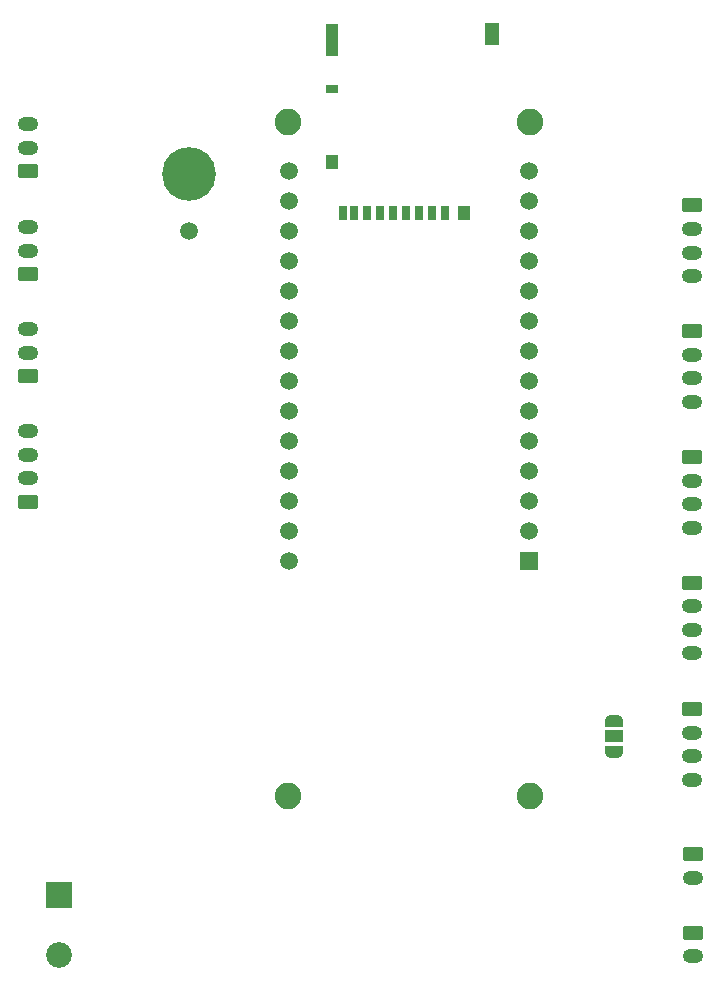
<source format=gbr>
G04 #@! TF.GenerationSoftware,KiCad,Pcbnew,(6.0.5)*
G04 #@! TF.CreationDate,2022-05-13T10:55:27+02:00*
G04 #@! TF.ProjectId,ruche,72756368-652e-46b6-9963-61645f706362,rev?*
G04 #@! TF.SameCoordinates,Original*
G04 #@! TF.FileFunction,Soldermask,Bot*
G04 #@! TF.FilePolarity,Negative*
%FSLAX46Y46*%
G04 Gerber Fmt 4.6, Leading zero omitted, Abs format (unit mm)*
G04 Created by KiCad (PCBNEW (6.0.5)) date 2022-05-13 10:55:27*
%MOMM*%
%LPD*%
G01*
G04 APERTURE LIST*
G04 Aperture macros list*
%AMRoundRect*
0 Rectangle with rounded corners*
0 $1 Rounding radius*
0 $2 $3 $4 $5 $6 $7 $8 $9 X,Y pos of 4 corners*
0 Add a 4 corners polygon primitive as box body*
4,1,4,$2,$3,$4,$5,$6,$7,$8,$9,$2,$3,0*
0 Add four circle primitives for the rounded corners*
1,1,$1+$1,$2,$3*
1,1,$1+$1,$4,$5*
1,1,$1+$1,$6,$7*
1,1,$1+$1,$8,$9*
0 Add four rect primitives between the rounded corners*
20,1,$1+$1,$2,$3,$4,$5,0*
20,1,$1+$1,$4,$5,$6,$7,0*
20,1,$1+$1,$6,$7,$8,$9,0*
20,1,$1+$1,$8,$9,$2,$3,0*%
%AMFreePoly0*
4,1,22,0.550000,-0.750000,0.000000,-0.750000,0.000000,-0.745033,-0.079941,-0.743568,-0.215256,-0.701293,-0.333266,-0.622738,-0.424486,-0.514219,-0.481581,-0.384460,-0.499164,-0.250000,-0.500000,-0.250000,-0.500000,0.250000,-0.499164,0.250000,-0.499963,0.256109,-0.478152,0.396186,-0.417904,0.524511,-0.324060,0.630769,-0.204165,0.706417,-0.067858,0.745374,0.000000,0.744959,0.000000,0.750000,
0.550000,0.750000,0.550000,-0.750000,0.550000,-0.750000,$1*%
%AMFreePoly1*
4,1,20,0.000000,0.744959,0.073905,0.744508,0.209726,0.703889,0.328688,0.626782,0.421226,0.519385,0.479903,0.390333,0.500000,0.250000,0.500000,-0.250000,0.499851,-0.262216,0.476331,-0.402017,0.414519,-0.529596,0.319384,-0.634700,0.198574,-0.708877,0.061801,-0.746166,0.000000,-0.745033,0.000000,-0.750000,-0.550000,-0.750000,-0.550000,0.750000,0.000000,0.750000,0.000000,0.744959,
0.000000,0.744959,$1*%
G04 Aperture macros list end*
%ADD10R,1.508000X1.508000*%
%ADD11C,1.508000*%
%ADD12C,2.250000*%
%ADD13R,2.175000X2.175000*%
%ADD14C,2.175000*%
%ADD15RoundRect,0.250000X-0.625000X0.350000X-0.625000X-0.350000X0.625000X-0.350000X0.625000X0.350000X0*%
%ADD16O,1.750000X1.200000*%
%ADD17RoundRect,0.250000X0.625000X-0.350000X0.625000X0.350000X-0.625000X0.350000X-0.625000X-0.350000X0*%
%ADD18C,1.500000*%
%ADD19C,4.540000*%
%ADD20FreePoly0,270.000000*%
%ADD21R,1.500000X1.000000*%
%ADD22FreePoly1,270.000000*%
%ADD23R,0.700000X1.200000*%
%ADD24R,1.000000X0.800000*%
%ADD25R,1.300000X1.900000*%
%ADD26R,1.000000X1.200000*%
%ADD27R,1.000000X2.800000*%
G04 APERTURE END LIST*
D10*
X141287500Y-115300200D03*
D11*
X141287500Y-112760200D03*
X141287500Y-110220200D03*
X141287500Y-107680200D03*
X141287500Y-105140200D03*
X141287500Y-102600200D03*
X141287500Y-100060200D03*
X141287500Y-97520200D03*
X141287500Y-94980200D03*
X141287500Y-92440200D03*
X141287500Y-89900200D03*
X141287500Y-87360200D03*
X141287500Y-84820200D03*
X141287500Y-82280200D03*
X120967500Y-82280200D03*
X120967500Y-84820200D03*
X120967500Y-87360200D03*
X120967500Y-89900200D03*
X120967500Y-92440200D03*
X120967500Y-94980200D03*
X120967500Y-97520200D03*
X120967500Y-100060200D03*
X120967500Y-102600200D03*
X120967500Y-105140200D03*
X120967500Y-107680200D03*
X120967500Y-110220200D03*
X120967500Y-112760200D03*
X120967500Y-115300200D03*
D12*
X141377500Y-135185000D03*
X120877500Y-135185000D03*
X120877500Y-78185000D03*
X141377500Y-78185000D03*
D13*
X101550000Y-143635000D03*
D14*
X101550000Y-148635000D03*
D15*
X155140000Y-117140000D03*
D16*
X155140000Y-119140000D03*
X155140000Y-121140000D03*
X155140000Y-123140000D03*
D15*
X155140000Y-127840000D03*
D16*
X155140000Y-129840000D03*
X155140000Y-131840000D03*
X155140000Y-133840000D03*
D17*
X98900000Y-110310000D03*
D16*
X98900000Y-108310000D03*
X98900000Y-106310000D03*
X98900000Y-104310000D03*
D15*
X155225000Y-140135000D03*
D16*
X155225000Y-142135000D03*
D15*
X155225000Y-146785000D03*
D16*
X155225000Y-148785000D03*
D17*
X98875000Y-91035000D03*
D16*
X98875000Y-89035000D03*
X98875000Y-87035000D03*
D17*
X98850000Y-82310000D03*
D16*
X98850000Y-80310000D03*
X98850000Y-78310000D03*
D17*
X98900000Y-99685000D03*
D16*
X98900000Y-97685000D03*
X98900000Y-95685000D03*
D18*
X112500000Y-87385000D03*
D19*
X112500000Y-82585000D03*
D15*
X155070000Y-95840000D03*
D16*
X155070000Y-97840000D03*
X155070000Y-99840000D03*
X155070000Y-101840000D03*
D15*
X155130000Y-106510000D03*
D16*
X155130000Y-108510000D03*
X155130000Y-110510000D03*
X155130000Y-112510000D03*
D15*
X155080000Y-85210000D03*
D16*
X155080000Y-87210000D03*
X155080000Y-89210000D03*
X155080000Y-91210000D03*
D20*
X148530000Y-128870000D03*
D21*
X148530000Y-130170000D03*
D22*
X148530000Y-131470000D03*
D23*
X134235000Y-85835000D03*
X133135000Y-85835000D03*
X132035000Y-85835000D03*
X130935000Y-85835000D03*
X129835000Y-85835000D03*
X128735000Y-85835000D03*
X127635000Y-85835000D03*
X126535000Y-85835000D03*
X125585000Y-85835000D03*
D24*
X124635000Y-75335000D03*
D25*
X138135000Y-70735000D03*
D26*
X135785000Y-85835000D03*
X124635000Y-81535000D03*
D27*
X124635000Y-71185000D03*
M02*

</source>
